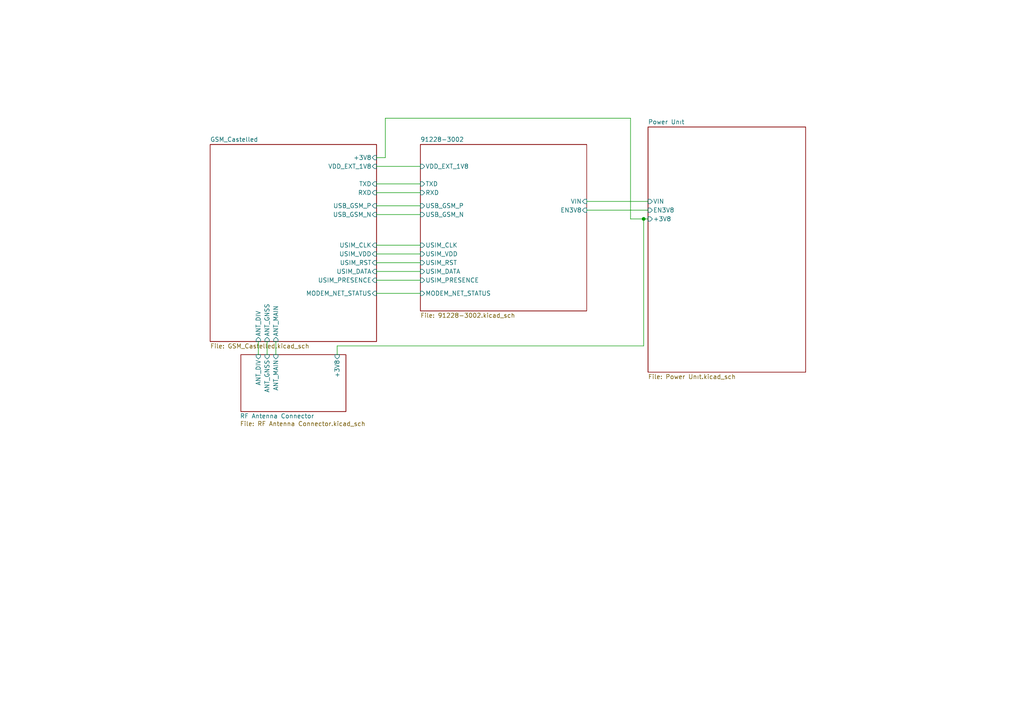
<source format=kicad_sch>
(kicad_sch
	(version 20250114)
	(generator "eeschema")
	(generator_version "9.0")
	(uuid "1dffc71e-ee91-4009-9042-6ddccb6334fc")
	(paper "A4")
	(lib_symbols)
	(junction
		(at 186.69 63.5)
		(diameter 0)
		(color 0 0 0 0)
		(uuid "97431ebd-d6db-4833-b91f-1af494687bf4")
	)
	(wire
		(pts
			(xy 111.76 34.29) (xy 182.88 34.29)
		)
		(stroke
			(width 0)
			(type default)
		)
		(uuid "039b7373-5f44-4d87-9795-1a82fe7d606e")
	)
	(wire
		(pts
			(xy 109.22 71.12) (xy 121.92 71.12)
		)
		(stroke
			(width 0)
			(type default)
		)
		(uuid "159e1296-2622-45a3-bed8-0303bf1dcf07")
	)
	(wire
		(pts
			(xy 109.22 73.66) (xy 121.92 73.66)
		)
		(stroke
			(width 0)
			(type default)
		)
		(uuid "17f81504-013b-49e3-a0e2-0ba27ecb1eed")
	)
	(wire
		(pts
			(xy 109.22 53.34) (xy 121.92 53.34)
		)
		(stroke
			(width 0)
			(type default)
		)
		(uuid "18afd295-dd44-4c2e-a19b-240f23bb54ff")
	)
	(wire
		(pts
			(xy 109.22 62.23) (xy 121.92 62.23)
		)
		(stroke
			(width 0)
			(type default)
		)
		(uuid "23a6c96d-3553-4440-9ab0-7253f0166f41")
	)
	(wire
		(pts
			(xy 109.22 55.88) (xy 121.92 55.88)
		)
		(stroke
			(width 0)
			(type default)
		)
		(uuid "284987fd-d59d-4f9e-b6bc-5f57becdeb52")
	)
	(wire
		(pts
			(xy 111.76 45.72) (xy 111.76 34.29)
		)
		(stroke
			(width 0)
			(type default)
		)
		(uuid "2fbdf41a-1864-4910-9a75-175c1136abca")
	)
	(wire
		(pts
			(xy 186.69 63.5) (xy 187.96 63.5)
		)
		(stroke
			(width 0)
			(type default)
		)
		(uuid "31428206-e059-4d12-ad43-153ed069969e")
	)
	(wire
		(pts
			(xy 109.22 76.2) (xy 121.92 76.2)
		)
		(stroke
			(width 0)
			(type default)
		)
		(uuid "34131cce-8efd-4f03-b69c-116b12ee0a62")
	)
	(wire
		(pts
			(xy 109.22 48.26) (xy 121.92 48.26)
		)
		(stroke
			(width 0)
			(type default)
		)
		(uuid "65340e22-8bdf-4ef7-8177-f29b46086c4b")
	)
	(wire
		(pts
			(xy 109.22 59.69) (xy 121.92 59.69)
		)
		(stroke
			(width 0)
			(type default)
		)
		(uuid "7169de35-4c19-40e5-8716-7edb0d9f4581")
	)
	(wire
		(pts
			(xy 80.01 99.06) (xy 80.01 102.87)
		)
		(stroke
			(width 0)
			(type default)
		)
		(uuid "73ddda8c-98ff-4309-abf4-2d93abcc2f6b")
	)
	(wire
		(pts
			(xy 77.47 99.06) (xy 77.47 102.87)
		)
		(stroke
			(width 0)
			(type default)
		)
		(uuid "74f6dfaa-bbac-4545-927d-ae0a24e0199d")
	)
	(wire
		(pts
			(xy 109.22 78.74) (xy 121.92 78.74)
		)
		(stroke
			(width 0)
			(type default)
		)
		(uuid "8cb48187-84b9-4dee-8e0d-5fb61c284bdb")
	)
	(wire
		(pts
			(xy 170.18 60.96) (xy 187.96 60.96)
		)
		(stroke
			(width 0)
			(type default)
		)
		(uuid "92405bee-a3ea-47aa-8be6-925ed2e84f97")
	)
	(wire
		(pts
			(xy 97.79 102.87) (xy 97.79 100.33)
		)
		(stroke
			(width 0)
			(type default)
		)
		(uuid "993d4b0e-1644-4ff3-a362-aa310da5bc60")
	)
	(wire
		(pts
			(xy 109.22 81.28) (xy 121.92 81.28)
		)
		(stroke
			(width 0)
			(type default)
		)
		(uuid "9a4d6e45-55c3-4c57-9e29-443652a188af")
	)
	(wire
		(pts
			(xy 109.22 45.72) (xy 111.76 45.72)
		)
		(stroke
			(width 0)
			(type default)
		)
		(uuid "c9f64c8d-842d-4a00-bc27-1e9927f05627")
	)
	(wire
		(pts
			(xy 97.79 100.33) (xy 186.69 100.33)
		)
		(stroke
			(width 0)
			(type default)
		)
		(uuid "ce50700b-4c12-4bcd-b41c-846756f101ee")
	)
	(wire
		(pts
			(xy 170.18 58.42) (xy 187.96 58.42)
		)
		(stroke
			(width 0)
			(type default)
		)
		(uuid "dd332ebd-a635-483a-bead-1e3c69fdff30")
	)
	(wire
		(pts
			(xy 182.88 34.29) (xy 182.88 63.5)
		)
		(stroke
			(width 0)
			(type default)
		)
		(uuid "e1f0e29b-72bc-4a96-9d84-e4a257b82c17")
	)
	(wire
		(pts
			(xy 74.93 99.06) (xy 74.93 102.87)
		)
		(stroke
			(width 0)
			(type default)
		)
		(uuid "e1f505cb-be68-4813-afd2-d7b110126d2a")
	)
	(wire
		(pts
			(xy 182.88 63.5) (xy 186.69 63.5)
		)
		(stroke
			(width 0)
			(type default)
		)
		(uuid "e52dd2e1-1aaf-44a8-8fae-ce2fa7192098")
	)
	(wire
		(pts
			(xy 186.69 100.33) (xy 186.69 63.5)
		)
		(stroke
			(width 0)
			(type default)
		)
		(uuid "f9009563-5416-4e63-b7b1-2226853e0ac8")
	)
	(wire
		(pts
			(xy 109.22 85.09) (xy 121.92 85.09)
		)
		(stroke
			(width 0)
			(type default)
		)
		(uuid "f977349f-d327-413b-8b47-80f0d300b6c7")
	)
	(sheet
		(at 60.96 41.91)
		(size 48.26 57.15)
		(exclude_from_sim no)
		(in_bom yes)
		(on_board yes)
		(dnp no)
		(fields_autoplaced yes)
		(stroke
			(width 0.1524)
			(type solid)
		)
		(fill
			(color 0 0 0 0.0000)
		)
		(uuid "16cd9863-2543-4654-a360-08e979dcb936")
		(property "Sheetname" "GSM_Castelled"
			(at 60.96 41.1984 0)
			(effects
				(font
					(size 1.27 1.27)
				)
				(justify left bottom)
			)
		)
		(property "Sheetfile" "GSM_Castelled.kicad_sch"
			(at 60.96 99.6446 0)
			(effects
				(font
					(size 1.27 1.27)
				)
				(justify left top)
			)
		)
		(pin "+3V8" input
			(at 109.22 45.72 0)
			(uuid "c1624f09-f21d-4766-84c2-e411e42f9d0b")
			(effects
				(font
					(size 1.27 1.27)
				)
				(justify right)
			)
		)
		(pin "TXD" input
			(at 109.22 53.34 0)
			(uuid "1e7ccc65-9970-43ff-961c-65739681b7ea")
			(effects
				(font
					(size 1.27 1.27)
				)
				(justify right)
			)
		)
		(pin "RXD" input
			(at 109.22 55.88 0)
			(uuid "a89f10af-7a7a-4f17-8b3e-4bbc1da45e21")
			(effects
				(font
					(size 1.27 1.27)
				)
				(justify right)
			)
		)
		(pin "ANT_GNSS" input
			(at 77.47 99.06 270)
			(uuid "1b999b6d-512c-4a25-8ef4-0a04524af43f")
			(effects
				(font
					(size 1.27 1.27)
				)
				(justify left)
			)
		)
		(pin "ANT_MAIN" input
			(at 80.01 99.06 270)
			(uuid "ce0c29d5-c5b1-4e1c-9fa4-4e72c05b546e")
			(effects
				(font
					(size 1.27 1.27)
				)
				(justify left)
			)
		)
		(pin "USB_GSM_P" input
			(at 109.22 59.69 0)
			(uuid "c7d6aebd-23db-4ff2-a45a-b4d697a54455")
			(effects
				(font
					(size 1.27 1.27)
				)
				(justify right)
			)
		)
		(pin "USB_GSM_N" input
			(at 109.22 62.23 0)
			(uuid "f6462560-4964-4171-9e0a-3664d32e328d")
			(effects
				(font
					(size 1.27 1.27)
				)
				(justify right)
			)
		)
		(pin "ANT_DIV" input
			(at 74.93 99.06 270)
			(uuid "ad834ec2-aff7-40f0-a544-8f02bbaab469")
			(effects
				(font
					(size 1.27 1.27)
				)
				(justify left)
			)
		)
		(pin "USIM_PRESENCE" input
			(at 109.22 81.28 0)
			(uuid "dc14408d-8f48-4209-b149-4ffa0bb8d5c6")
			(effects
				(font
					(size 1.27 1.27)
				)
				(justify right)
			)
		)
		(pin "USIM_VDD" input
			(at 109.22 73.66 0)
			(uuid "e523ee2c-db5b-40ff-a142-cac24f7b908b")
			(effects
				(font
					(size 1.27 1.27)
				)
				(justify right)
			)
		)
		(pin "USIM_RST" input
			(at 109.22 76.2 0)
			(uuid "e77f7333-1e84-4e55-a248-b42b789d7a7d")
			(effects
				(font
					(size 1.27 1.27)
				)
				(justify right)
			)
		)
		(pin "USIM_DATA" input
			(at 109.22 78.74 0)
			(uuid "8fd024b2-69fd-4a2b-9343-c94afdfe9cc2")
			(effects
				(font
					(size 1.27 1.27)
				)
				(justify right)
			)
		)
		(pin "VDD_EXT_1V8" input
			(at 109.22 48.26 0)
			(uuid "fab41cc4-e78f-42f2-a9bc-26fd8cccd3d1")
			(effects
				(font
					(size 1.27 1.27)
				)
				(justify right)
			)
		)
		(pin "USIM_CLK" input
			(at 109.22 71.12 0)
			(uuid "91164fa6-90af-4cf4-8634-1aaf2205bfa3")
			(effects
				(font
					(size 1.27 1.27)
				)
				(justify right)
			)
		)
		(pin "MODEM_NET_STATUS" input
			(at 109.22 85.09 0)
			(uuid "f9eae667-9b28-4dd6-8ef8-2804330919d3")
			(effects
				(font
					(size 1.27 1.27)
				)
				(justify right)
			)
		)
		(instances
			(project "GSM_SMA_V1.0"
				(path "/1dffc71e-ee91-4009-9042-6ddccb6334fc"
					(page "2")
				)
			)
		)
	)
	(sheet
		(at 121.92 41.91)
		(size 48.26 48.26)
		(exclude_from_sim no)
		(in_bom yes)
		(on_board yes)
		(dnp no)
		(fields_autoplaced yes)
		(stroke
			(width 0.1524)
			(type solid)
		)
		(fill
			(color 0 0 0 0.0000)
		)
		(uuid "2ebce6b1-6547-4c82-903e-b236d340d552")
		(property "Sheetname" "91228-3002"
			(at 121.92 41.1984 0)
			(effects
				(font
					(size 1.27 1.27)
				)
				(justify left bottom)
			)
		)
		(property "Sheetfile" "91228-3002.kicad_sch"
			(at 121.92 90.7546 0)
			(effects
				(font
					(size 1.27 1.27)
				)
				(justify left top)
			)
		)
		(pin "USIM_CLK" input
			(at 121.92 71.12 180)
			(uuid "09bff271-ad12-46c3-9e2f-06015f663c35")
			(effects
				(font
					(size 1.27 1.27)
				)
				(justify left)
			)
		)
		(pin "USIM_DATA" input
			(at 121.92 78.74 180)
			(uuid "b6a35684-54c8-4562-ac91-11d41b54e741")
			(effects
				(font
					(size 1.27 1.27)
				)
				(justify left)
			)
		)
		(pin "USIM_RST" input
			(at 121.92 76.2 180)
			(uuid "e1d12ec5-79fe-4376-ad3d-3b907a1c18cc")
			(effects
				(font
					(size 1.27 1.27)
				)
				(justify left)
			)
		)
		(pin "USIM_VDD" input
			(at 121.92 73.66 180)
			(uuid "713f7388-2470-4e0e-b3e4-c0f5d688080e")
			(effects
				(font
					(size 1.27 1.27)
				)
				(justify left)
			)
		)
		(pin "VDD_EXT_1V8" input
			(at 121.92 48.26 180)
			(uuid "14932dc3-46df-4fdd-8379-68133fb055e1")
			(effects
				(font
					(size 1.27 1.27)
				)
				(justify left)
			)
		)
		(pin "USIM_PRESENCE" input
			(at 121.92 81.28 180)
			(uuid "9ef28c6f-668e-41f2-adba-c00ed17361d4")
			(effects
				(font
					(size 1.27 1.27)
				)
				(justify left)
			)
		)
		(pin "VIN" input
			(at 170.18 58.42 0)
			(uuid "d9ac99c6-75fe-48b2-b65f-c8bac2bb12d6")
			(effects
				(font
					(size 1.27 1.27)
				)
				(justify right)
			)
		)
		(pin "TXD" input
			(at 121.92 53.34 180)
			(uuid "d0161eb8-e12a-4a16-8d3c-c94b06493541")
			(effects
				(font
					(size 1.27 1.27)
				)
				(justify left)
			)
		)
		(pin "RXD" input
			(at 121.92 55.88 180)
			(uuid "1dd3e736-f35c-439c-8b57-555a38deec14")
			(effects
				(font
					(size 1.27 1.27)
				)
				(justify left)
			)
		)
		(pin "MODEM_NET_STATUS" input
			(at 121.92 85.09 180)
			(uuid "da984537-57d2-4e46-aa39-9e6de488b1a5")
			(effects
				(font
					(size 1.27 1.27)
				)
				(justify left)
			)
		)
		(pin "USB_GSM_P" input
			(at 121.92 59.69 180)
			(uuid "7119dacf-0025-4a2d-a9e8-9fd4ce5b5693")
			(effects
				(font
					(size 1.27 1.27)
				)
				(justify left)
			)
		)
		(pin "EN3V8" input
			(at 170.18 60.96 0)
			(uuid "ae33da45-fe87-4d51-8d68-979dc75ca18a")
			(effects
				(font
					(size 1.27 1.27)
				)
				(justify right)
			)
		)
		(pin "USB_GSM_N" input
			(at 121.92 62.23 180)
			(uuid "9f13e81d-c1be-49c0-9219-c4e336667677")
			(effects
				(font
					(size 1.27 1.27)
				)
				(justify left)
			)
		)
		(instances
			(project "GSM_SMA_V1.0"
				(path "/1dffc71e-ee91-4009-9042-6ddccb6334fc"
					(page "3")
				)
			)
		)
	)
	(sheet
		(at 187.96 36.83)
		(size 45.72 71.12)
		(exclude_from_sim no)
		(in_bom yes)
		(on_board yes)
		(dnp no)
		(fields_autoplaced yes)
		(stroke
			(width 0.1524)
			(type solid)
		)
		(fill
			(color 0 0 0 0.0000)
		)
		(uuid "51287b52-7941-4899-94cd-44b5b01db2d4")
		(property "Sheetname" "Power Unıt"
			(at 187.96 36.1184 0)
			(effects
				(font
					(size 1.27 1.27)
				)
				(justify left bottom)
			)
		)
		(property "Sheetfile" "Power Unıt.kicad_sch"
			(at 187.96 108.5346 0)
			(effects
				(font
					(size 1.27 1.27)
				)
				(justify left top)
			)
		)
		(pin "VIN" input
			(at 187.96 58.42 180)
			(uuid "81d214c0-6497-4c34-a3eb-943d99258fe4")
			(effects
				(font
					(size 1.27 1.27)
				)
				(justify left)
			)
		)
		(pin "EN3V8" input
			(at 187.96 60.96 180)
			(uuid "3e03a6e6-a8c5-4d84-b020-35414dc9050e")
			(effects
				(font
					(size 1.27 1.27)
				)
				(justify left)
			)
		)
		(pin "+3V8" input
			(at 187.96 63.5 180)
			(uuid "190c7763-e966-49b2-973d-830ca2e42969")
			(effects
				(font
					(size 1.27 1.27)
				)
				(justify left)
			)
		)
		(instances
			(project "GSM_SMA_V1.0"
				(path "/1dffc71e-ee91-4009-9042-6ddccb6334fc"
					(page "4")
				)
			)
		)
	)
	(sheet
		(at 69.85 102.87)
		(size 30.48 16.51)
		(exclude_from_sim no)
		(in_bom yes)
		(on_board yes)
		(dnp no)
		(stroke
			(width 0.1524)
			(type solid)
		)
		(fill
			(color 0 0 0 0.0000)
		)
		(uuid "a6d26704-6cae-4e7f-85b4-05976466e479")
		(property "Sheetname" "RF Antenna Connector"
			(at 69.596 121.412 0)
			(effects
				(font
					(size 1.27 1.27)
				)
				(justify left bottom)
			)
		)
		(property "Sheetfile" "RF Antenna Connector.kicad_sch"
			(at 69.596 122.174 0)
			(effects
				(font
					(size 1.27 1.27)
				)
				(justify left top)
			)
		)
		(pin "ANT_DIV" input
			(at 74.93 102.87 90)
			(uuid "92e97f2f-2578-4e1a-b532-ea097c7ff396")
			(effects
				(font
					(size 1.27 1.27)
				)
				(justify right)
			)
		)
		(pin "ANT_MAIN" input
			(at 80.01 102.87 90)
			(uuid "e9adf31e-2f28-42e9-b639-96afd12fbfd5")
			(effects
				(font
					(size 1.27 1.27)
				)
				(justify right)
			)
		)
		(pin "+3V8" input
			(at 97.79 102.87 90)
			(uuid "fd6cbd9d-c8be-4c6d-aba5-1235ea3c9c6e")
			(effects
				(font
					(size 1.27 1.27)
				)
				(justify right)
			)
		)
		(pin "ANT_GNSS" input
			(at 77.47 102.87 90)
			(uuid "8939ca8b-4871-412b-8d02-0bf6c8c3870b")
			(effects
				(font
					(size 1.27 1.27)
				)
				(justify right)
			)
		)
		(instances
			(project "GSM_SMA_V1.0"
				(path "/1dffc71e-ee91-4009-9042-6ddccb6334fc"
					(page "5")
				)
			)
		)
	)
	(sheet_instances
		(path "/"
			(page "1")
		)
	)
	(embedded_fonts no)
)

</source>
